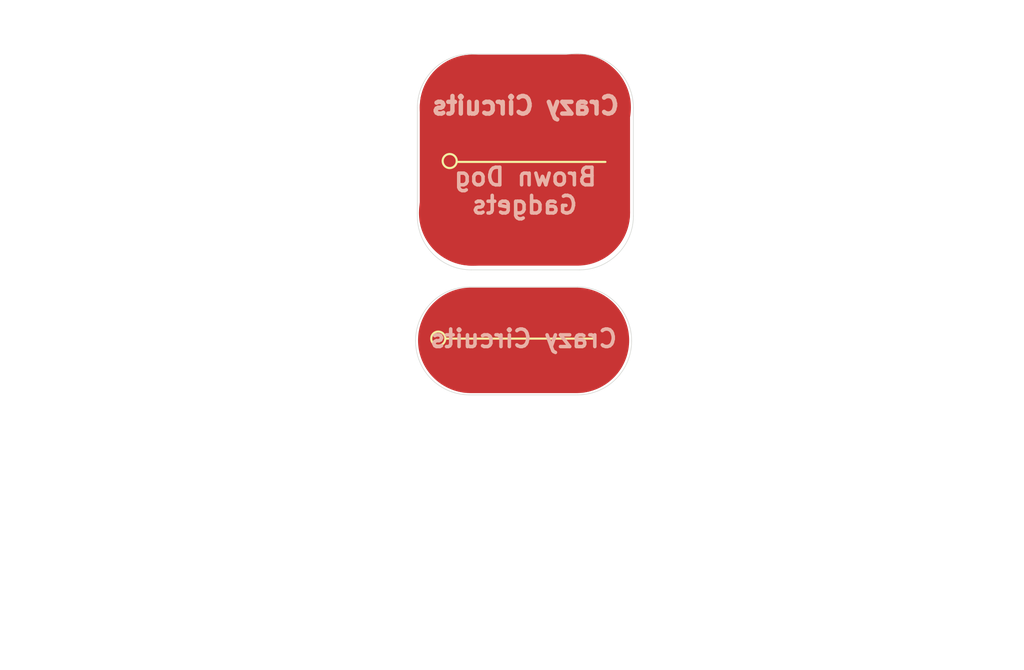
<source format=kicad_pcb>
(kicad_pcb (version 4) (host pcbnew 4.0.4+e1-6308~48~ubuntu16.04.1-stable)

  (general
    (links 0)
    (no_connects 0)
    (area 104.572999 74.854999 178.510001 123.265001)
    (thickness 1.6)
    (drawings 21)
    (tracks 0)
    (zones 0)
    (modules 2)
    (nets 1)
  )

  (page USLetter)
  (title_block
    (title "Crazy Circuits Logo Test")
    (date "27 Dec 2016")
    (rev 1.0)
    (company "All rights reserved.")
    (comment 1 help@browndoggadgets.com)
    (comment 2 http://browndoggadgets.com/)
    (comment 3 "Brown Dog Gadgets")
  )

  (layers
    (0 F.Cu signal)
    (31 B.Cu signal)
    (34 B.Paste user)
    (35 F.Paste user)
    (36 B.SilkS user)
    (37 F.SilkS user)
    (38 B.Mask user)
    (39 F.Mask user)
    (44 Edge.Cuts user)
    (46 B.CrtYd user)
    (47 F.CrtYd user)
    (48 B.Fab user)
    (49 F.Fab user)
  )

  (setup
    (last_trace_width 0.254)
    (user_trace_width 0.1524)
    (user_trace_width 0.254)
    (user_trace_width 0.3302)
    (user_trace_width 0.508)
    (user_trace_width 0.762)
    (user_trace_width 1.27)
    (trace_clearance 0.254)
    (zone_clearance 0.508)
    (zone_45_only no)
    (trace_min 0.1524)
    (segment_width 0.1524)
    (edge_width 0.1524)
    (via_size 0.6858)
    (via_drill 0.3302)
    (via_min_size 0.6858)
    (via_min_drill 0.3302)
    (user_via 0.6858 0.3302)
    (user_via 0.762 0.4064)
    (user_via 0.8636 0.508)
    (uvia_size 0.6858)
    (uvia_drill 0.3302)
    (uvias_allowed no)
    (uvia_min_size 0)
    (uvia_min_drill 0)
    (pcb_text_width 0.1524)
    (pcb_text_size 1.016 1.016)
    (mod_edge_width 0.1524)
    (mod_text_size 1.016 1.016)
    (mod_text_width 0.1524)
    (pad_size 1.524 1.524)
    (pad_drill 0.762)
    (pad_to_mask_clearance 0.0762)
    (solder_mask_min_width 0.1016)
    (pad_to_paste_clearance -0.0762)
    (aux_axis_origin 0 0)
    (visible_elements FFFEDF7D)
    (pcbplotparams
      (layerselection 0x310fc_80000001)
      (usegerberextensions true)
      (excludeedgelayer true)
      (linewidth 0.100000)
      (plotframeref false)
      (viasonmask false)
      (mode 1)
      (useauxorigin false)
      (hpglpennumber 1)
      (hpglpenspeed 20)
      (hpglpendiameter 15)
      (hpglpenoverlay 2)
      (psnegative false)
      (psa4output false)
      (plotreference true)
      (plotvalue true)
      (plotinvisibletext false)
      (padsonsilk false)
      (subtractmaskfromsilk false)
      (outputformat 1)
      (mirror false)
      (drillshape 0)
      (scaleselection 1)
      (outputdirectory gerbers))
  )

  (net 0 "")

  (net_class Default "This is the default net class."
    (clearance 0.254)
    (trace_width 0.254)
    (via_dia 0.6858)
    (via_drill 0.3302)
    (uvia_dia 0.6858)
    (uvia_drill 0.3302)
  )

  (module Crazy_Circuits:LOGO-CRAZY-2x2 (layer F.Cu) (tedit 5863144D) (tstamp 58635DCF)
    (at 142.494 86.5505)
    (descr "LED 5mm round vertical")
    (tags "LED 5mm round vertical")
    (fp_text reference LOGO (at 0 0) (layer F.Fab)
      (effects (font (size 1 1) (thickness 0.15)))
    )
    (fp_text value Val** (at 0 0) (layer F.SilkS) hide
      (effects (font (thickness 0.15)))
    )
    (fp_text user Gadgets (at -0.0635 3.1115) (layer B.SilkS)
      (effects (font (size 1.27 1.27) (thickness 0.254)) (justify mirror))
    )
    (fp_text user "Brown Dog" (at 0 1.0795) (layer B.SilkS)
      (effects (font (size 1.27 1.27) (thickness 0.254)) (justify mirror))
    )
    (fp_text user "Crazy Circuits" (at 0 -4.064) (layer B.SilkS)
      (effects (font (size 1.27 1.27) (thickness 0.3175)) (justify mirror))
    )
    (fp_line (start 6.7945 -1.2065) (end 5.6515 -0.254) (layer F.Mask) (width 0.1524))
    (fp_line (start 5.461 -0.254) (end 6.7945 -1.2065) (layer F.Mask) (width 0.1524))
    (fp_line (start 6.4135 -1.0795) (end 5.461 -0.254) (layer F.Mask) (width 0.1524))
    (fp_line (start 5.334 -0.3175) (end 6.4135 -1.0795) (layer F.Mask) (width 0.1524))
    (fp_line (start 6.223 -1.016) (end 5.334 -0.3175) (layer F.Mask) (width 0.1524))
    (fp_line (start 5.08 -0.254) (end 6.223 -1.016) (layer F.Mask) (width 0.1524))
    (fp_line (start 5.9055 -0.889) (end 5.08 -0.254) (layer F.Mask) (width 0.1524))
    (fp_line (start 4.953 -0.3175) (end 5.9055 -0.889) (layer F.Mask) (width 0.1524))
    (fp_line (start 5.715 -0.889) (end 4.953 -0.3175) (layer F.Mask) (width 0.1524))
    (fp_line (start 4.953 -0.4445) (end 5.715 -0.889) (layer F.Mask) (width 0.1524))
    (fp_line (start 5.461 -0.889) (end 4.953 -0.4445) (layer F.Mask) (width 0.1524))
    (fp_line (start 4.8895 -0.5715) (end 5.461 -0.889) (layer F.Mask) (width 0.1524))
    (fp_line (start 5.461 -1.0795) (end 4.8895 -0.5715) (layer F.Mask) (width 0.1524))
    (fp_line (start 5.461 -1.2065) (end 4.826 -0.6985) (layer F.Mask) (width 0.1524))
    (fp_line (start 5.588 -1.397) (end 4.7625 -0.8255) (layer F.Mask) (width 0.1524))
    (fp_line (start 5.588 -1.524) (end 4.7625 -0.9525) (layer F.Mask) (width 0.1524))
    (fp_line (start 3.7465 -0.3175) (end 3.1115 -1.2065) (layer F.Mask) (width 0.254))
    (fp_line (start 5.6515 -0.1905) (end 3.683 -0.1905) (layer F.Mask) (width 0.1524))
    (fp_line (start 7.239 -1.3335) (end 5.6515 -0.1905) (layer F.Mask) (width 0.1524))
    (fp_line (start 5.461 -0.889) (end 7.239 -1.3335) (layer F.Mask) (width 0.1524))
    (fp_line (start 5.7785 -1.778) (end 5.461 -0.889) (layer F.Mask) (width 0.1524))
    (fp_line (start 4.699 -1.0795) (end 5.7785 -1.778) (layer F.Mask) (width 0.1524))
    (fp_line (start 3.8735 -2.54) (end 4.699 -1.016) (layer F.Mask) (width 0.1524))
    (fp_line (start 3.937 -1.143) (end 3.8735 -2.54) (layer F.Mask) (width 0.1524))
    (fp_line (start 2.8575 -1.397) (end 3.937 -1.143) (layer F.Mask) (width 0.1524))
    (fp_line (start 3.683 -0.1905) (end 2.8575 -1.397) (layer F.Mask) (width 0.1524))
    (fp_line (start -4.8895 0) (end 5.7785 0) (layer F.SilkS) (width 0.1524))
    (fp_circle (center -5.461 -0.0635) (end -5.12358 0.3175) (layer F.SilkS) (width 0.1524))
    (fp_text user CRAZY (at -1.3335 -1.524) (layer F.SilkS) hide
      (effects (font (thickness 0.381)))
    )
    (fp_line (start 3.9 -7.8) (end -3.9 -7.8) (layer Edge.Cuts) (width 0.04064))
    (fp_line (start 3.9 7.8) (end -3.9 7.8) (layer Edge.Cuts) (width 0.04064))
    (fp_line (start 7.8 3.9) (end 7.8 -3.9) (layer Edge.Cuts) (width 0.04064))
    (fp_line (start -7.8 3.9) (end -7.8 -3.9) (layer Edge.Cuts) (width 0.04064))
    (fp_arc (start 3.9 -3.9) (end 3.9 -7.8) (angle 90) (layer Edge.Cuts) (width 0.04064))
    (fp_arc (start 3.9 3.9) (end 7.8 3.9) (angle 90) (layer Edge.Cuts) (width 0.04064))
    (fp_arc (start -3.9 3.9) (end -3.9 7.8) (angle 90) (layer Edge.Cuts) (width 0.04064))
    (fp_arc (start -3.9 -3.9) (end -7.8 -3.9) (angle 90) (layer Edge.Cuts) (width 0.04064))
    (fp_line (start 3.9 -7.8) (end -3.9 -7.8) (layer F.Fab) (width 0.04064))
    (fp_line (start 3.9 7.8) (end -3.9 7.8) (layer F.Fab) (width 0.04064))
    (fp_line (start 7.8 3.9) (end 7.8 -3.9) (layer F.Fab) (width 0.04064))
    (fp_line (start -7.8 3.9) (end -7.8 -3.9) (layer F.Fab) (width 0.04064))
    (fp_arc (start 3.9 -3.9) (end 3.9 -7.8) (angle 90) (layer F.Fab) (width 0.04064))
    (fp_arc (start 3.9 3.9) (end 7.8 3.9) (angle 90) (layer F.Fab) (width 0.04064))
    (fp_arc (start -3.9 3.9) (end -3.9 7.8) (angle 90) (layer F.Fab) (width 0.04064))
    (fp_arc (start -3.9 -3.9) (end -7.8 -3.9) (angle 90) (layer F.Fab) (width 0.04064))
    (fp_text user CIRCUITS (at 0.9525 1.778) (layer F.SilkS) hide
      (effects (font (thickness 0.381)))
    )
    (fp_line (start 3.937 -0.3175) (end 3.302 -1.2065) (layer F.Mask) (width 0.254))
    (fp_line (start 4.1275 -0.3175) (end 3.556 -1.143) (layer F.Mask) (width 0.254))
    (fp_line (start 4.2545 -0.3175) (end 3.81 -1.0795) (layer F.Mask) (width 0.254))
    (fp_line (start 4.5085 -0.3175) (end 4.064 -1.143) (layer F.Mask) (width 0.254))
    (fp_line (start 4.699 -0.3175) (end 4.1275 -1.397) (layer F.Mask) (width 0.254))
    (fp_line (start 4.8895 -0.3175) (end 4.0005 -2.032) (layer F.Mask) (width 0.254))
    (fp_line (start 4.064 -1.3335) (end 4.0005 -2.159) (layer F.Mask) (width 0.254))
    (pad BG smd oval (at 0 -3.937) (size 15.24 7.62) (layers F.Cu))
    (pad BG smd oval (at -3.81 -0.127 90) (size 15.24 7.62) (layers F.Cu))
    (pad BG smd oval (at -0.0635 3.683 180) (size 15.24 7.62) (layers F.Cu))
    (pad BG smd oval (at 3.7465 -0.1905 270) (size 15.24 7.62) (layers F.Cu))
  )

  (module Crazy_Circuits:LOGO-CRAZY-1x2 (layer F.Cu) (tedit 58631224) (tstamp 58636181)
    (at 142.367 103.378)
    (descr LOGO)
    (tags LOGO)
    (fp_text reference LOGO (at 0 -3.52806) (layer F.Fab)
      (effects (font (size 1 1) (thickness 0.15)))
    )
    (fp_text value LOGO (at -0.381 -8.89) (layer B.SilkS) hide
      (effects (font (size 1.27 1.27) (thickness 0.254)) (justify mirror))
    )
    (fp_text user "Crazy Circuits" (at 0 -4.064) (layer B.SilkS)
      (effects (font (size 1.27 1.27) (thickness 0.254)) (justify mirror))
    )
    (fp_line (start 6.096 -5.2705) (end 4.953 -4.318) (layer F.Mask) (width 0.1524))
    (fp_line (start 4.7625 -4.318) (end 6.096 -5.2705) (layer F.Mask) (width 0.1524))
    (fp_line (start 5.715 -5.1435) (end 4.7625 -4.318) (layer F.Mask) (width 0.1524))
    (fp_line (start 4.6355 -4.3815) (end 5.715 -5.1435) (layer F.Mask) (width 0.1524))
    (fp_line (start 5.5245 -5.08) (end 4.6355 -4.3815) (layer F.Mask) (width 0.1524))
    (fp_line (start 4.3815 -4.318) (end 5.5245 -5.08) (layer F.Mask) (width 0.1524))
    (fp_line (start 5.207 -4.953) (end 4.3815 -4.318) (layer F.Mask) (width 0.1524))
    (fp_line (start 4.2545 -4.3815) (end 5.207 -4.953) (layer F.Mask) (width 0.1524))
    (fp_line (start 5.0165 -4.953) (end 4.2545 -4.3815) (layer F.Mask) (width 0.1524))
    (fp_line (start 4.2545 -4.5085) (end 5.0165 -4.953) (layer F.Mask) (width 0.1524))
    (fp_line (start 4.7625 -4.953) (end 4.2545 -4.5085) (layer F.Mask) (width 0.1524))
    (fp_line (start 4.191 -4.6355) (end 4.7625 -4.953) (layer F.Mask) (width 0.1524))
    (fp_line (start 4.7625 -5.1435) (end 4.191 -4.6355) (layer F.Mask) (width 0.1524))
    (fp_line (start 4.7625 -5.2705) (end 4.1275 -4.7625) (layer F.Mask) (width 0.1524))
    (fp_line (start 4.8895 -5.461) (end 4.064 -4.8895) (layer F.Mask) (width 0.1524))
    (fp_line (start 4.8895 -5.588) (end 4.064 -5.0165) (layer F.Mask) (width 0.1524))
    (fp_line (start 3.048 -4.3815) (end 2.413 -5.2705) (layer F.Mask) (width 0.254))
    (fp_line (start 4.953 -4.2545) (end 2.9845 -4.2545) (layer F.Mask) (width 0.1524))
    (fp_line (start 6.5405 -5.3975) (end 4.953 -4.2545) (layer F.Mask) (width 0.1524))
    (fp_line (start 4.7625 -4.953) (end 6.5405 -5.3975) (layer F.Mask) (width 0.1524))
    (fp_line (start 5.08 -5.842) (end 4.7625 -4.953) (layer F.Mask) (width 0.1524))
    (fp_line (start 4.0005 -5.1435) (end 5.08 -5.842) (layer F.Mask) (width 0.1524))
    (fp_line (start 3.175 -6.604) (end 4.0005 -5.08) (layer F.Mask) (width 0.1524))
    (fp_line (start 3.2385 -5.207) (end 3.175 -6.604) (layer F.Mask) (width 0.1524))
    (fp_line (start 2.159 -5.461) (end 3.2385 -5.207) (layer F.Mask) (width 0.1524))
    (fp_line (start 2.9845 -4.2545) (end 2.159 -5.461) (layer F.Mask) (width 0.1524))
    (fp_line (start -5.588 -4.064) (end 5.08 -4.064) (layer F.SilkS) (width 0.1524))
    (fp_circle (center -6.1595 -4.064) (end -5.82208 -3.683) (layer F.SilkS) (width 0.1524))
    (fp_text user CRAZY (at -2.032 -5.588) (layer F.SilkS) hide
      (effects (font (thickness 0.381)))
    )
    (fp_line (start 3.9 -7.8) (end -3.9 -7.8) (layer F.Fab) (width 0.04064))
    (fp_line (start 3.9 0) (end -3.9 0) (layer F.Fab) (width 0.04064))
    (fp_arc (start 3.9 -3.9) (end 3.9 -7.8) (angle 90) (layer F.Fab) (width 0.04064))
    (fp_arc (start 3.9 -3.9) (end 7.8 -3.9) (angle 90) (layer F.Fab) (width 0.04064))
    (fp_arc (start -3.9 -3.9) (end -3.9 0) (angle 90) (layer F.Fab) (width 0.04064))
    (fp_arc (start -3.9 -3.9) (end -7.8 -3.9) (angle 90) (layer F.Fab) (width 0.04064))
    (fp_line (start 3.9 -7.8) (end -3.9 -7.8) (layer Edge.Cuts) (width 0.04064))
    (fp_line (start 3.9 0) (end -3.9 0) (layer Edge.Cuts) (width 0.04064))
    (fp_arc (start 3.9 -3.9) (end 3.9 -7.8) (angle 90) (layer Edge.Cuts) (width 0.04064))
    (fp_arc (start 3.9 -3.9) (end 7.8 -3.9) (angle 90) (layer Edge.Cuts) (width 0.04064))
    (fp_arc (start -3.9 -3.9) (end -3.9 0) (angle 90) (layer Edge.Cuts) (width 0.04064))
    (fp_arc (start -3.9 -3.9) (end -7.8 -3.9) (angle 90) (layer Edge.Cuts) (width 0.04064))
    (fp_text user CIRCUITS (at 0.254 -2.286) (layer F.SilkS) hide
      (effects (font (thickness 0.381)))
    )
    (fp_line (start 3.2385 -4.3815) (end 2.6035 -5.2705) (layer F.Mask) (width 0.254))
    (fp_line (start 3.429 -4.3815) (end 2.8575 -5.207) (layer F.Mask) (width 0.254))
    (fp_line (start 3.556 -4.3815) (end 3.1115 -5.1435) (layer F.Mask) (width 0.254))
    (fp_line (start 3.81 -4.3815) (end 3.3655 -5.207) (layer F.Mask) (width 0.254))
    (fp_line (start 4.0005 -4.3815) (end 3.429 -5.461) (layer F.Mask) (width 0.254))
    (fp_line (start 4.191 -4.3815) (end 3.302 -6.096) (layer F.Mask) (width 0.254))
    (fp_line (start 3.3655 -5.3975) (end 3.302 -6.223) (layer F.Mask) (width 0.254))
    (pad BG smd oval (at 0 -3.937) (size 15.24 7.62) (layers F.Cu))
  )

  (gr_text CIRCUITS (at 143.4465 88.3285) (layer F.Mask) (tstamp 58635E15)
    (effects (font (thickness 0.381)))
  )
  (gr_text "CRAZY\n" (at 141.1605 85.0265) (layer F.Mask) (tstamp 58635E11)
    (effects (font (thickness 0.381)))
  )
  (gr_text CIRCUITS (at 143.256 101.092) (layer F.Mask)
    (effects (font (thickness 0.381)))
  )
  (gr_text "CRAZY\n" (at 140.2715 97.8535) (layer F.Mask)
    (effects (font (thickness 0.381)))
  )
  (gr_circle (center 117.348 76.962) (end 118.618 76.962) (layer Dwgs.User) (width 0.15))
  (gr_line (start 114.427 78.994) (end 114.427 74.93) (angle 90) (layer Dwgs.User) (width 0.15))
  (gr_line (start 120.269 78.994) (end 114.427 78.994) (angle 90) (layer Dwgs.User) (width 0.15))
  (gr_line (start 120.269 74.93) (end 120.269 78.994) (angle 90) (layer Dwgs.User) (width 0.15))
  (gr_line (start 114.427 74.93) (end 120.269 74.93) (angle 90) (layer Dwgs.User) (width 0.15))
  (gr_line (start 120.523 93.98) (end 104.648 93.98) (angle 90) (layer Dwgs.User) (width 0.15))
  (gr_line (start 173.355 102.235) (end 173.355 94.615) (angle 90) (layer Dwgs.User) (width 0.15))
  (gr_line (start 178.435 102.235) (end 173.355 102.235) (angle 90) (layer Dwgs.User) (width 0.15))
  (gr_line (start 178.435 94.615) (end 178.435 102.235) (angle 90) (layer Dwgs.User) (width 0.15))
  (gr_line (start 173.355 94.615) (end 178.435 94.615) (angle 90) (layer Dwgs.User) (width 0.15))
  (gr_line (start 109.093 123.19) (end 109.093 114.3) (angle 90) (layer Dwgs.User) (width 0.15))
  (gr_line (start 122.428 123.19) (end 109.093 123.19) (angle 90) (layer Dwgs.User) (width 0.15))
  (gr_line (start 122.428 114.3) (end 122.428 123.19) (angle 90) (layer Dwgs.User) (width 0.15))
  (gr_line (start 109.093 114.3) (end 122.428 114.3) (angle 90) (layer Dwgs.User) (width 0.15))
  (gr_line (start 104.648 93.98) (end 104.648 82.55) (angle 90) (layer Dwgs.User) (width 0.15))
  (gr_line (start 120.523 82.55) (end 120.523 93.98) (angle 90) (layer Dwgs.User) (width 0.15))
  (gr_line (start 104.648 82.55) (end 120.523 82.55) (angle 90) (layer Dwgs.User) (width 0.15))

)

</source>
